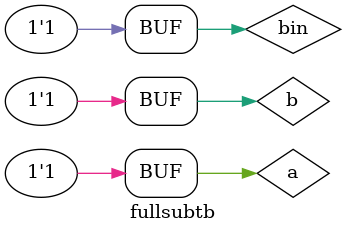
<source format=v>
module fullsubtb;
reg a,b,bin;
wire d,bout;
fullsub lav(a,b,bin,d,bout);
initial
begin
	$dumpfile("dump.vcd");
	$dumpvars(0,fullsubtb);
	#1 a=0;b=0;bin=0;
        #1 a=0;b=0;bin=1;
       	#1 a=0;b=1;bin=0;
	#1 a=0;b=1;bin=1;
	#1 a=1;b=0;bin=0;
	#1 a=1;b=0;bin=1;
	#1 a=1;b=1;bin=0;
	#1 a=1;b=1;bin=1;
end
endmodule

</source>
